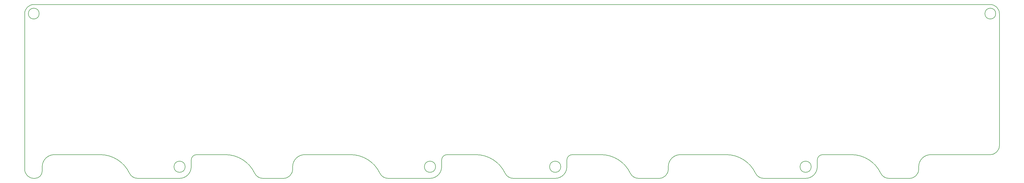
<source format=gm1>
G04 #@! TF.GenerationSoftware,KiCad,Pcbnew,5.1.5-52549c5~84~ubuntu18.04.1*
G04 #@! TF.CreationDate,2020-02-28T01:04:35-05:00*
G04 #@! TF.ProjectId,DA_Board_1,44415f42-6f61-4726-945f-312e6b696361,rev?*
G04 #@! TF.SameCoordinates,Original*
G04 #@! TF.FileFunction,Profile,NP*
%FSLAX46Y46*%
G04 Gerber Fmt 4.6, Leading zero omitted, Abs format (unit mm)*
G04 Created by KiCad (PCBNEW 5.1.5-52549c5~84~ubuntu18.04.1) date 2020-02-28 01:04:35*
%MOMM*%
%LPD*%
G04 APERTURE LIST*
%ADD10C,0.200000*%
G04 APERTURE END LIST*
D10*
X327554819Y-152336477D02*
G75*
G02X337820493Y-158823096I-1J-11366500D01*
G01*
X122248000Y-160635000D02*
G75*
G02X119380493Y-158823096I0J3175000D01*
G01*
X49498387Y-152336478D02*
X65426819Y-152336478D01*
X45263864Y-156571000D02*
G75*
G02X49498387Y-152336477I4234523J0D01*
G01*
X136874387Y-152336478D02*
X152802819Y-152336478D01*
X263703864Y-157460000D02*
G75*
G02X260528864Y-160635000I-3175000J0D01*
G01*
X42723864Y-160635000D02*
X42312819Y-160635000D01*
X376068819Y-99836435D02*
G75*
G02X379243819Y-103011435I0J-3175000D01*
G01*
X165936000Y-160635000D02*
G75*
G02X163068493Y-158823096I0J3175000D01*
G01*
X263703864Y-156571000D02*
X263703864Y-157460000D01*
X182518187Y-156571000D02*
G75*
G03X182518187Y-156571000I-1955800J0D01*
G01*
X340688000Y-160635000D02*
G75*
G02X337820493Y-158823096I0J3175000D01*
G01*
X311626387Y-160635000D02*
X297000000Y-160635000D01*
X267938387Y-152336478D02*
X283866819Y-152336478D01*
X263703864Y-156571000D02*
G75*
G02X267938387Y-152336477I4234523J0D01*
G01*
X184626387Y-156571000D02*
X184626387Y-154241477D01*
X228314387Y-156571000D02*
G75*
G02X224250387Y-160635000I-4064000J0D01*
G01*
X379243819Y-149161478D02*
G75*
G02X376068819Y-152336478I-3175000J0D01*
G01*
X132639864Y-157460000D02*
G75*
G02X129464864Y-160635000I-3175000J0D01*
G01*
X230219387Y-152336478D02*
X240178819Y-152336478D01*
X313582187Y-156571000D02*
G75*
G03X313582187Y-156571000I-1955800J0D01*
G01*
X186531387Y-152336478D02*
X196490819Y-152336478D01*
X99155387Y-152336478D02*
X109114818Y-152336478D01*
X180562387Y-160635000D02*
X165936000Y-160635000D01*
X45263864Y-156571000D02*
X45263864Y-158095000D01*
X228314387Y-156571000D02*
X228314387Y-154241477D01*
X184626387Y-154241477D02*
G75*
G02X186531387Y-152336477I1905000J0D01*
G01*
X39137819Y-157460000D02*
X39137819Y-103011435D01*
X347904864Y-160635000D02*
X340688000Y-160635000D01*
X132639864Y-156571000D02*
X132639864Y-157460000D01*
X44205119Y-103011435D02*
G75*
G03X44205119Y-103011435I-1892300J0D01*
G01*
X355314387Y-152336478D02*
X376068819Y-152336478D01*
X260528864Y-160635000D02*
X253312000Y-160635000D01*
X317595387Y-152336478D02*
X327554818Y-152336478D01*
X196490819Y-152336478D02*
G75*
G02X206756493Y-158823096I0J-11366499D01*
G01*
X351079864Y-156571000D02*
X351079864Y-157460000D01*
X351079864Y-157460000D02*
G75*
G02X347904864Y-160635000I-3175000J0D01*
G01*
X315690387Y-154241477D02*
G75*
G02X317595387Y-152336477I1905000J0D01*
G01*
X39137819Y-103011435D02*
G75*
G02X42312819Y-99836435I3175000J0D01*
G01*
X226206187Y-156571000D02*
G75*
G03X226206187Y-156571000I-1955800J0D01*
G01*
X42312819Y-99836435D02*
X376068819Y-99836435D01*
X283866819Y-152336478D02*
G75*
G02X294132493Y-158823096I0J-11366499D01*
G01*
X228314387Y-154241477D02*
G75*
G02X230219387Y-152336477I1905000J0D01*
G01*
X42312819Y-160635000D02*
G75*
G02X39137819Y-157460000I0J3175000D01*
G01*
X152802819Y-152336478D02*
G75*
G02X163068493Y-158823096I0J-11366499D01*
G01*
X224250387Y-160635000D02*
X209624000Y-160635000D01*
X184626387Y-156571000D02*
G75*
G02X180562387Y-160635000I-4064000J0D01*
G01*
X97250387Y-156571000D02*
X97250387Y-154241477D01*
X78560000Y-160635000D02*
G75*
G02X75692493Y-158823096I0J3175000D01*
G01*
X253312000Y-160635000D02*
G75*
G02X250444493Y-158823096I0J3175000D01*
G01*
X97250387Y-154241477D02*
G75*
G02X99155387Y-152336477I1905000J0D01*
G01*
X97250387Y-156571000D02*
G75*
G02X93186387Y-160635000I-4064000J0D01*
G01*
X240178819Y-152336478D02*
G75*
G02X250444493Y-158823096I0J-11366499D01*
G01*
X93186387Y-160635000D02*
X78560000Y-160635000D01*
X45263864Y-158095000D02*
G75*
G02X42723864Y-160635000I-2540000J0D01*
G01*
X132639864Y-156571000D02*
G75*
G02X136874387Y-152336477I4234523J0D01*
G01*
X109114819Y-152336477D02*
G75*
G02X119380493Y-158823096I-1J-11366500D01*
G01*
X379243819Y-103011435D02*
X379243819Y-149161478D01*
X65426819Y-152336478D02*
G75*
G02X75692493Y-158823096I0J-11366499D01*
G01*
X377961119Y-103011435D02*
G75*
G03X377961119Y-103011435I-1892300J0D01*
G01*
X297000000Y-160635000D02*
G75*
G02X294132493Y-158823096I0J3175000D01*
G01*
X129464864Y-160635000D02*
X122248000Y-160635000D01*
X209624000Y-160635000D02*
G75*
G02X206756493Y-158823096I0J3175000D01*
G01*
X315690387Y-156571000D02*
X315690387Y-154241477D01*
X351079864Y-156571000D02*
G75*
G02X355314387Y-152336477I4234523J0D01*
G01*
X315690387Y-156571000D02*
G75*
G02X311626387Y-160635000I-4064000J0D01*
G01*
X95142187Y-156571000D02*
G75*
G03X95142187Y-156571000I-1955800J0D01*
G01*
M02*

</source>
